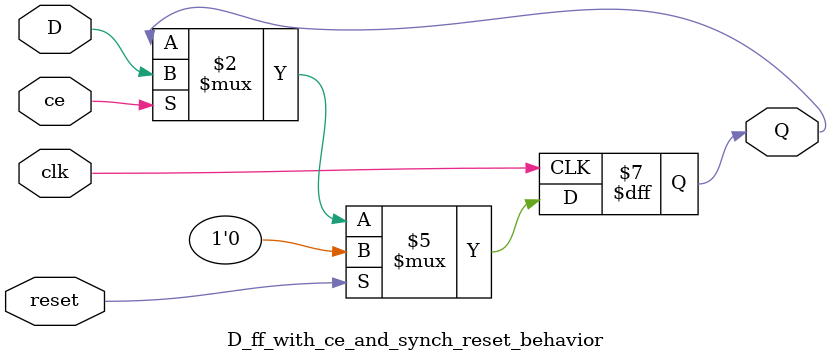
<source format=v>
`timescale 1ns / 1ps


module D_ff_with_ce_and_synch_reset_behavior(
    input D,
    input clk,
    input reset,
    input ce,
    output reg Q
    );
    
    always @(posedge clk)
    if (reset)
    begin
        Q <= 1'b0;
    end else if (ce)
    begin
        Q <= D;
    end
endmodule

</source>
